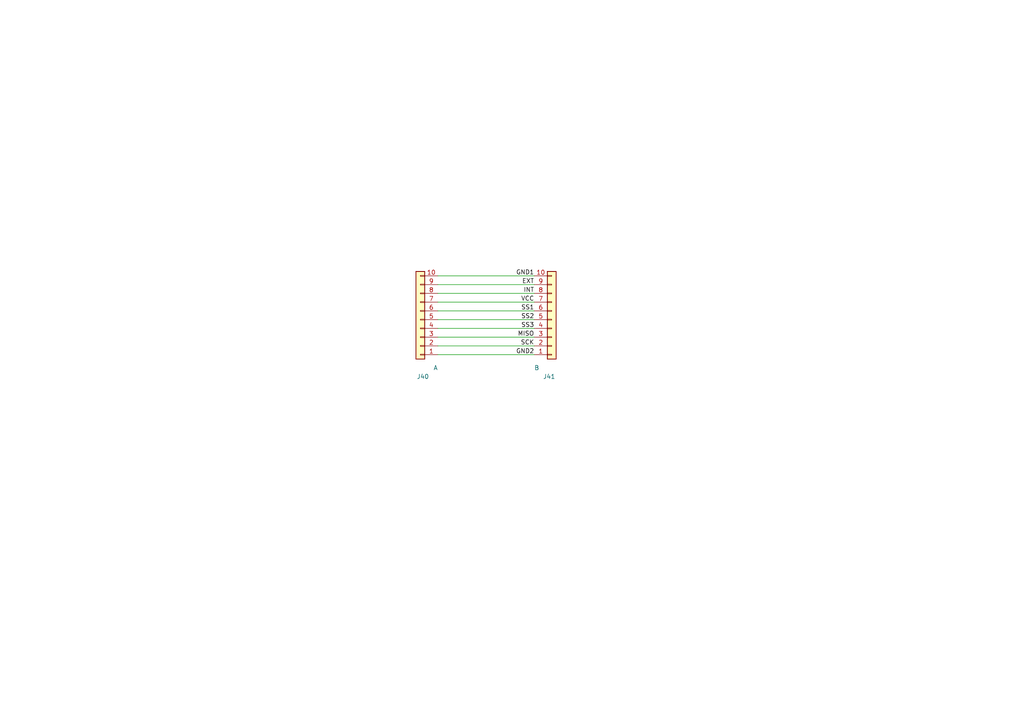
<source format=kicad_sch>
(kicad_sch (version 20211123) (generator eeschema)
  (paper "A4")
  (lib_symbols
    (symbol "Connector_Generic:Conn_01x10" (pin_names (offset 1.016) hide)
      (property "Reference" "J" (at 0 12.7 0))
      (property "Value" "Connector_Generic_Conn_01x10" (at 0 -15.24 0))
      (symbol "Conn_01x10_1_1"
        (rectangle (start -1.27 -12.573) (end 0 -12.827) (stroke (width 0.1524)))
        (rectangle (start -1.27 -10.033) (end 0 -10.287) (stroke (width 0.1524)))
        (rectangle (start -1.27 -7.493) (end 0 -7.747) (stroke (width 0.1524)))
        (rectangle (start -1.27 -4.953) (end 0 -5.207) (stroke (width 0.1524)))
        (rectangle (start -1.27 -2.413) (end 0 -2.667) (stroke (width 0.1524)))
        (rectangle (start -1.27 0.127) (end 0 -0.127) (stroke (width 0.1524)))
        (rectangle (start -1.27 2.667) (end 0 2.413) (stroke (width 0.1524)))
        (rectangle (start -1.27 5.207) (end 0 4.953) (stroke (width 0.1524)))
        (rectangle (start -1.27 7.747) (end 0 7.493) (stroke (width 0.1524)))
        (rectangle (start -1.27 10.287) (end 0 10.033) (stroke (width 0.1524)))
        (rectangle (start -1.27 11.43) (end 1.27 -13.97) (stroke (width 0.254)) (fill (type background)))
        (pin passive line (at -5.08 10.16 0) (length 3.81) (name "Pin_1") (number "1"))
        (pin passive line (at -5.08 -12.7 0) (length 3.81) (name "Pin_10") (number "10"))
        (pin passive line (at -5.08 7.62 0) (length 3.81) (name "Pin_2") (number "2"))
        (pin passive line (at -5.08 5.08 0) (length 3.81) (name "Pin_3") (number "3"))
        (pin passive line (at -5.08 2.54 0) (length 3.81) (name "Pin_4") (number "4"))
        (pin passive line (at -5.08 0 0) (length 3.81) (name "Pin_5") (number "5"))
        (pin passive line (at -5.08 -2.54 0) (length 3.81) (name "Pin_6") (number "6"))
        (pin passive line (at -5.08 -5.08 0) (length 3.81) (name "Pin_7") (number "7"))
        (pin passive line (at -5.08 -7.62 0) (length 3.81) (name "Pin_8") (number "8"))
        (pin passive line (at -5.08 -10.16 0) (length 3.81) (name "Pin_9") (number "9"))
      )
    )
  )
  (wire (pts (xy 127 92.71) (xy 154.94 92.71)))
  (wire (pts (xy 127 87.63) (xy 154.94 87.63)))
  (wire (pts (xy 154.94 97.79) (xy 127 97.79)))
  (wire (pts (xy 154.94 85.09) (xy 127 85.09)))
  (wire (pts (xy 127 95.25) (xy 154.94 95.25)))
  (wire (pts (xy 154.94 102.87) (xy 127 102.87)))
  (wire (pts (xy 127 100.33) (xy 154.94 100.33)))
  (wire (pts (xy 127 82.55) (xy 154.94 82.55)))
  (wire (pts (xy 154.94 80.01) (xy 127 80.01)))
  (wire (pts (xy 154.94 90.17) (xy 127 90.17)))
  (label "VCC" (at 154.94 87.63 180))
  (label "GND1" (at 154.94 80.01 180))
  (label "SS1" (at 151.13 90.17 0))
  (label "INT" (at 154.94 85.09 180))
  (label "EXT" (at 154.94 82.55 180))
  (label "GND2" (at 154.94 102.87 180))
  (label "SCK" (at 154.94 100.33 180))
  (label "SS2" (at 151.13 92.71 0))
  (label "SS3" (at 151.13 95.25 0))
  (label "MISO" (at 154.94 97.79 180))
  (symbol (lib_id "Connector_Generic:Conn_01x10") (at 160.02 92.71 0) (mirror x) (unit 1)
    (property "Reference" "J41" (at 157.48 109.22 0) (effects (justify left)))
    (property "Value" "B" (at 154.94 106.68 0) (effects (justify left)))
    (property "Footprint" "rofi:UM_SHOE_PADS_BOTH" (effects hide))
    (property "JLCPCB_IGNORE" "YES" (effects hide))
  )
  (symbol (lib_id "Connector_Generic:Conn_01x10") (at 121.92 92.71 180) (unit 1)
    (property "Reference" "J40" (at 124.46 109.22 0) (effects (justify left)))
    (property "Value" "A" (at 127 106.68 0) (effects (justify left)))
    (property "Footprint" "rofi:UM_SHOE_PADS_BOTH" (effects hide))
    (property "JLCPCB_IGNORE" "YES" (effects hide))
  )
)
</source>
